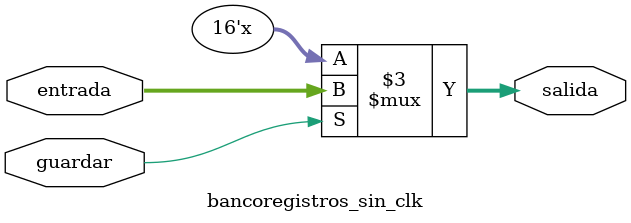
<source format=sv>
`timescale 1ns / 1ps


module bancoregistros_sin_clk
    #(parameter
 bits = 16 )
(
    input logic guardar,
    input logic [bits-1:0] entrada,
    output logic [bits-1:0] salida
    );
    

    

    
   always_comb begin 
             
            case(guardar) 
               1:begin 
                    salida = entrada;
                    end
               default:begin
                    salida = salida;
                end
            endcase
            
 end
        
endmodule

</source>
